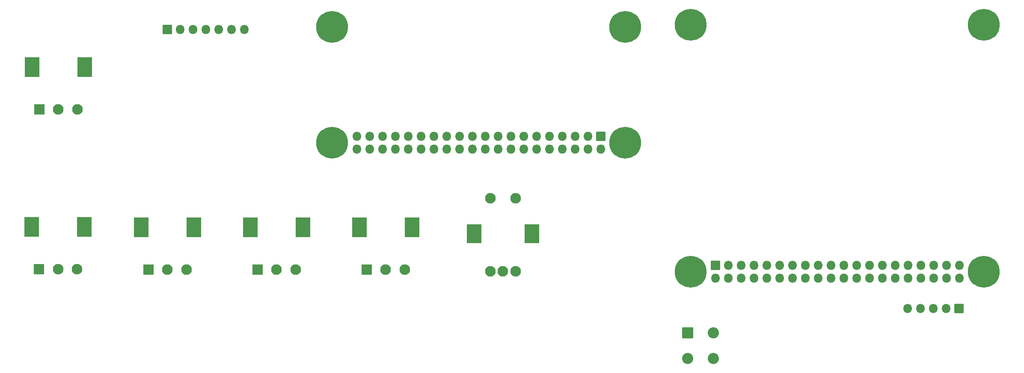
<source format=gbr>
G04 #@! TF.GenerationSoftware,KiCad,Pcbnew,(6.0.1-0)*
G04 #@! TF.CreationDate,2023-10-11T15:07:40-07:00*
G04 #@! TF.ProjectId,synth,73796e74-682e-46b6-9963-61645f706362,rev?*
G04 #@! TF.SameCoordinates,Original*
G04 #@! TF.FileFunction,Soldermask,Bot*
G04 #@! TF.FilePolarity,Negative*
%FSLAX46Y46*%
G04 Gerber Fmt 4.6, Leading zero omitted, Abs format (unit mm)*
G04 Created by KiCad (PCBNEW (6.0.1-0)) date 2023-10-11 15:07:40*
%MOMM*%
%LPD*%
G01*
G04 APERTURE LIST*
G04 Aperture macros list*
%AMRoundRect*
0 Rectangle with rounded corners*
0 $1 Rounding radius*
0 $2 $3 $4 $5 $6 $7 $8 $9 X,Y pos of 4 corners*
0 Add a 4 corners polygon primitive as box body*
4,1,4,$2,$3,$4,$5,$6,$7,$8,$9,$2,$3,0*
0 Add four circle primitives for the rounded corners*
1,1,$1+$1,$2,$3*
1,1,$1+$1,$4,$5*
1,1,$1+$1,$6,$7*
1,1,$1+$1,$8,$9*
0 Add four rect primitives between the rounded corners*
20,1,$1+$1,$2,$3,$4,$5,0*
20,1,$1+$1,$4,$5,$6,$7,0*
20,1,$1+$1,$6,$7,$8,$9,0*
20,1,$1+$1,$8,$9,$2,$3,0*%
G04 Aperture macros list end*
%ADD10RoundRect,0.050800X-1.000000X-1.000000X1.000000X-1.000000X1.000000X1.000000X-1.000000X1.000000X0*%
%ADD11C,2.101600*%
%ADD12RoundRect,0.050800X-1.400000X-1.900000X1.400000X-1.900000X1.400000X1.900000X-1.400000X1.900000X0*%
%ADD13RoundRect,0.050800X0.850000X-0.850000X0.850000X0.850000X-0.850000X0.850000X-0.850000X-0.850000X0*%
%ADD14O,1.801600X1.801600*%
%ADD15RoundRect,0.050800X-1.050000X-1.050000X1.050000X-1.050000X1.050000X1.050000X-1.050000X1.050000X0*%
%ADD16C,2.201600*%
%ADD17RoundRect,0.050800X-0.850000X0.850000X-0.850000X-0.850000X0.850000X-0.850000X0.850000X0.850000X0*%
%ADD18C,6.301600*%
%ADD19RoundRect,0.050800X-1.400000X-1.800000X1.400000X-1.800000X1.400000X1.800000X-1.400000X1.800000X0*%
G04 APERTURE END LIST*
D10*
X180340000Y-146050000D03*
D11*
X184090000Y-146050000D03*
X187840000Y-146050000D03*
D12*
X178890000Y-137725000D03*
X189290000Y-137725000D03*
D10*
X158750000Y-146050000D03*
D11*
X162500000Y-146050000D03*
X166250000Y-146050000D03*
D12*
X157300000Y-137725000D03*
X167700000Y-137725000D03*
D10*
X137160000Y-146050000D03*
D11*
X140910000Y-146050000D03*
X144660000Y-146050000D03*
D12*
X146110000Y-137725000D03*
X135710000Y-137725000D03*
D10*
X115500000Y-145950000D03*
D11*
X119250000Y-145950000D03*
X123000000Y-145950000D03*
D12*
X124450000Y-137625000D03*
X114050000Y-137625000D03*
D10*
X115570000Y-114300000D03*
D11*
X119320000Y-114300000D03*
X123070000Y-114300000D03*
D12*
X124520000Y-105975000D03*
X114120000Y-105975000D03*
D13*
X140880000Y-98520000D03*
D14*
X143420000Y-98520000D03*
X145960000Y-98520000D03*
X148500000Y-98520000D03*
X151040000Y-98520000D03*
X153580000Y-98520000D03*
X156120000Y-98520000D03*
D15*
X243865400Y-158623000D03*
D16*
X248945400Y-158623000D03*
X248945400Y-163703000D03*
X243865400Y-163703000D03*
D17*
X297535600Y-153797000D03*
D14*
X294995600Y-153797000D03*
X292455600Y-153797000D03*
X289915600Y-153797000D03*
X287375600Y-153797000D03*
D18*
X231500000Y-120950000D03*
X173500000Y-97950000D03*
X173500000Y-120950000D03*
X231500000Y-97950000D03*
D17*
X226620000Y-119670000D03*
D14*
X226620000Y-122210000D03*
X224080000Y-119670000D03*
X224080000Y-122210000D03*
X221540000Y-119670000D03*
X221540000Y-122210000D03*
X219000000Y-119670000D03*
X219000000Y-122210000D03*
X216460000Y-119670000D03*
X216460000Y-122210000D03*
X213920000Y-119670000D03*
X213920000Y-122210000D03*
X211380000Y-119670000D03*
X211380000Y-122210000D03*
X208840000Y-119670000D03*
X208840000Y-122210000D03*
X206300000Y-119670000D03*
X206300000Y-122210000D03*
X203760000Y-119670000D03*
X203760000Y-122210000D03*
X201220000Y-119670000D03*
X201220000Y-122210000D03*
X198680000Y-119670000D03*
X198680000Y-122210000D03*
X196140000Y-119670000D03*
X196140000Y-122210000D03*
X193600000Y-119670000D03*
X193600000Y-122210000D03*
X191060000Y-119670000D03*
X191060000Y-122210000D03*
X188520000Y-119670000D03*
X188520000Y-122210000D03*
X185980000Y-119670000D03*
X185980000Y-122210000D03*
X183440000Y-119670000D03*
X183440000Y-122210000D03*
X180900000Y-119670000D03*
X180900000Y-122210000D03*
X178360000Y-119670000D03*
X178360000Y-122210000D03*
D18*
X302460000Y-97526000D03*
X244460000Y-146526000D03*
X244460000Y-97526000D03*
X302460000Y-146526000D03*
D13*
X249337870Y-145240204D03*
D14*
X249337870Y-147780204D03*
X251877870Y-145240204D03*
X251877870Y-147780204D03*
X254417870Y-145240204D03*
X254417870Y-147780204D03*
X256957870Y-145240204D03*
X256957870Y-147780204D03*
X259497870Y-145240204D03*
X259497870Y-147780204D03*
X262037870Y-145240204D03*
X262037870Y-147780204D03*
X264577870Y-145240204D03*
X264577870Y-147780204D03*
X267117870Y-145240204D03*
X267117870Y-147780204D03*
X269657870Y-145240204D03*
X269657870Y-147780204D03*
X272197870Y-145240204D03*
X272197870Y-147780204D03*
X274737870Y-145240204D03*
X274737870Y-147780204D03*
X277277870Y-145240204D03*
X277277870Y-147780204D03*
X279817870Y-145240204D03*
X279817870Y-147780204D03*
X282357870Y-145240204D03*
X282357870Y-147780204D03*
X284897870Y-145240204D03*
X284897870Y-147780204D03*
X287437870Y-145240204D03*
X287437870Y-147780204D03*
X289977870Y-145240204D03*
X289977870Y-147780204D03*
X292517870Y-145240204D03*
X292517870Y-147780204D03*
X295057870Y-145240204D03*
X295057870Y-147780204D03*
X297597870Y-145240204D03*
X297597870Y-147780204D03*
D11*
X204780000Y-131950000D03*
X209780000Y-131950000D03*
D19*
X212980000Y-138950000D03*
X201580000Y-138950000D03*
D11*
X204780000Y-146450000D03*
X209780000Y-146450000D03*
X207280000Y-146450000D03*
M02*

</source>
